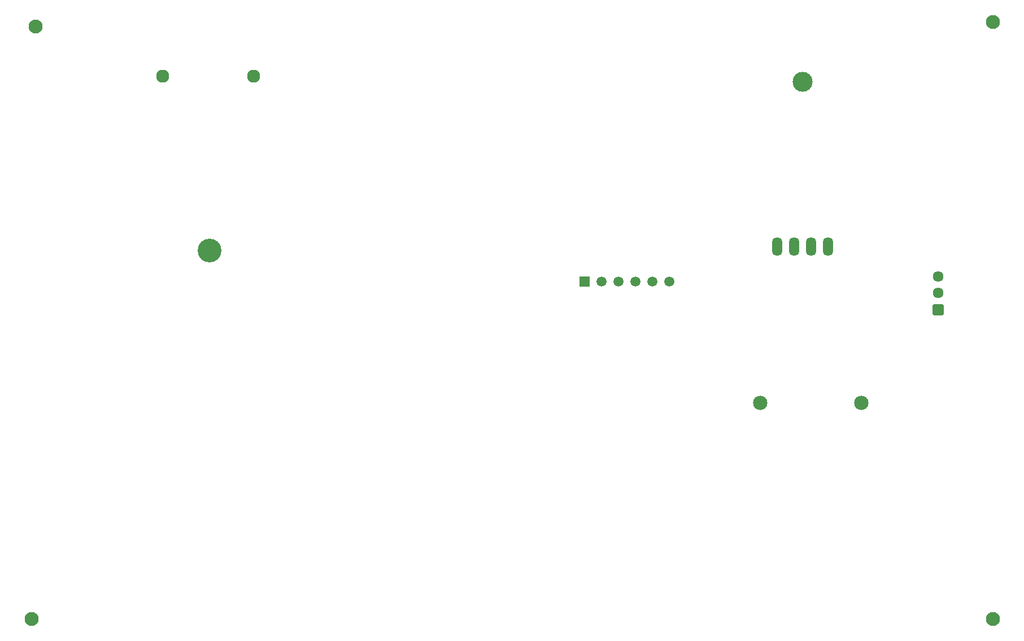
<source format=gbr>
%TF.GenerationSoftware,KiCad,Pcbnew,7.0.7*%
%TF.CreationDate,2024-06-03T23:51:36+07:00*%
%TF.ProjectId,Final Project_Group 4_Electronic Circuit 2,46696e61-6c20-4507-926f-6a6563745f47,rev?*%
%TF.SameCoordinates,Original*%
%TF.FileFunction,Soldermask,Bot*%
%TF.FilePolarity,Negative*%
%FSLAX46Y46*%
G04 Gerber Fmt 4.6, Leading zero omitted, Abs format (unit mm)*
G04 Created by KiCad (PCBNEW 7.0.7) date 2024-06-03 23:51:36*
%MOMM*%
%LPD*%
G01*
G04 APERTURE LIST*
G04 Aperture macros list*
%AMRoundRect*
0 Rectangle with rounded corners*
0 $1 Rounding radius*
0 $2 $3 $4 $5 $6 $7 $8 $9 X,Y pos of 4 corners*
0 Add a 4 corners polygon primitive as box body*
4,1,4,$2,$3,$4,$5,$6,$7,$8,$9,$2,$3,0*
0 Add four circle primitives for the rounded corners*
1,1,$1+$1,$2,$3*
1,1,$1+$1,$4,$5*
1,1,$1+$1,$6,$7*
1,1,$1+$1,$8,$9*
0 Add four rect primitives between the rounded corners*
20,1,$1+$1,$2,$3,$4,$5,0*
20,1,$1+$1,$4,$5,$6,$7,0*
20,1,$1+$1,$6,$7,$8,$9,0*
20,1,$1+$1,$8,$9,$2,$3,0*%
G04 Aperture macros list end*
%ADD10C,3.000000*%
%ADD11O,1.512000X2.820000*%
%ADD12C,2.100000*%
%ADD13C,2.154000*%
%ADD14RoundRect,0.102000X0.704000X-0.704000X0.704000X0.704000X-0.704000X0.704000X-0.704000X-0.704000X0*%
%ADD15C,1.612000*%
%ADD16R,1.500000X1.500000*%
%ADD17C,1.500000*%
%ADD18C,3.560000*%
%ADD19C,1.959000*%
G04 APERTURE END LIST*
D10*
%TO.C,U2*%
X170180000Y-55924500D03*
D11*
X168910000Y-80689500D03*
X173990000Y-80689500D03*
X171450000Y-80689500D03*
X166370000Y-80689500D03*
%TD*%
D12*
%TO.C,H3*%
X198755000Y-46990000D03*
%TD*%
D13*
%TO.C,LS1*%
X163850000Y-104140000D03*
X179050000Y-104140000D03*
%TD*%
D14*
%TO.C,S1*%
X190500000Y-90130000D03*
D15*
X190500000Y-87630000D03*
X190500000Y-85130000D03*
%TD*%
D12*
%TO.C,H4*%
X198755000Y-136525000D03*
%TD*%
D16*
%TO.C,U5*%
X137545000Y-85907500D03*
D17*
X140085000Y-85907500D03*
X142625000Y-85907500D03*
X145165000Y-85907500D03*
X147705000Y-85907500D03*
X150245000Y-85907500D03*
%TD*%
D12*
%TO.C,H2*%
X54610000Y-136525000D03*
%TD*%
%TO.C,H1*%
X55245000Y-47625000D03*
%TD*%
D18*
%TO.C,BT1*%
X81280000Y-81280000D03*
D19*
X87910000Y-55120000D03*
X74320000Y-55120000D03*
%TD*%
M02*

</source>
